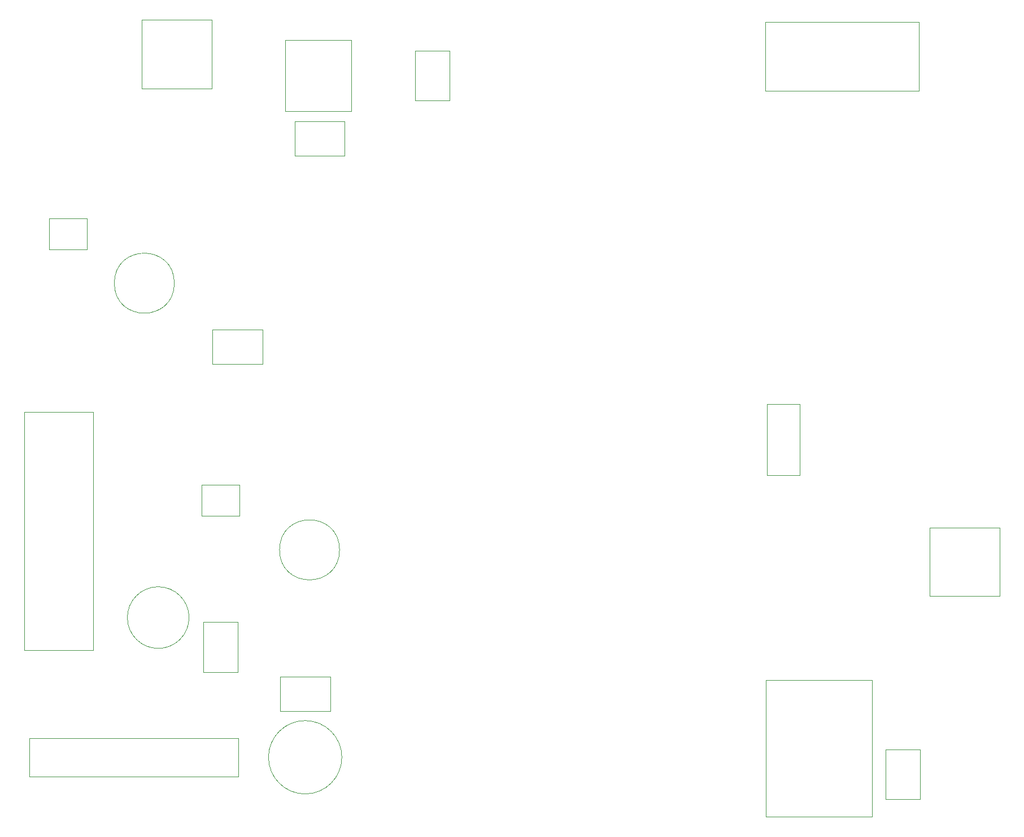
<source format=gbr>
G04 DesignSpark PCB Gerber Version 9.0 Build 5138 *
%FSLAX35Y35*%
%MOIN*%
%ADD104C,0.00197*%
%ADD103C,0.00394*%
X0Y0D02*
D02*
D103*
X120757Y300797D02*
X150285D01*
Y280521*
X120757*
Y300797*
X135738Y128002D02*
Y98474D01*
X115462*
Y128002*
X135738*
X160757Y95797D02*
X190285D01*
Y75521*
X160757*
Y95797*
X198730Y403454D02*
X169202D01*
Y423730*
X198730*
Y403454*
X260738Y465502D02*
Y435974D01*
X240462*
Y465502*
X260738*
X517962Y23317D02*
Y52844D01*
X538238*
Y23317*
X517962*
D02*
D104*
X9832Y111545D02*
Y252096D01*
X50383*
Y111545*
X9832*
X24360Y366545D02*
X46840D01*
Y348080*
X24360*
Y366545*
X70502Y130659D02*
G75*
G02X106919I18209D01*
G01*
X70502D02*
G75*
G02X106919I18209D01*
G01*
G75*
G02X70502I-18209*
G01*
X78986Y443120D02*
Y483671D01*
X120324*
Y443120*
X78986*
X98238Y328159D02*
G75*
G02X62805I-17717D01*
G01*
X98238D02*
G75*
G02X62805I-17717D01*
G01*
G75*
G02X98238I17717*
G01*
X114360Y209045D02*
X136840D01*
Y190580*
X114360*
Y209045*
X136013Y36840D02*
X12588D01*
Y59478*
X136013*
Y36840*
X163584Y471643D02*
X202616D01*
Y429675*
X163584*
Y471643*
X195738Y170659D02*
G75*
G02X160305I-17717D01*
G01*
X195738D02*
G75*
G02X160305I-17717D01*
G01*
G75*
G02X195738I17717*
G01*
X197096Y48159D02*
G75*
G02X153789I-21654D01*
G01*
X197096D02*
G75*
G02X153789I-21654D01*
G01*
G75*
G02X197096I21654*
G01*
X446880Y482372D02*
X537824D01*
Y441820*
X446880*
Y482372*
X467214Y256722D02*
Y214596D01*
X447923*
Y256722*
X467214*
X509943Y12943D02*
Y93651D01*
X447352*
Y12943*
X509943*
X543887Y143277D02*
Y183828D01*
X585226*
Y143277*
X543887*
X0Y0D02*
M02*

</source>
